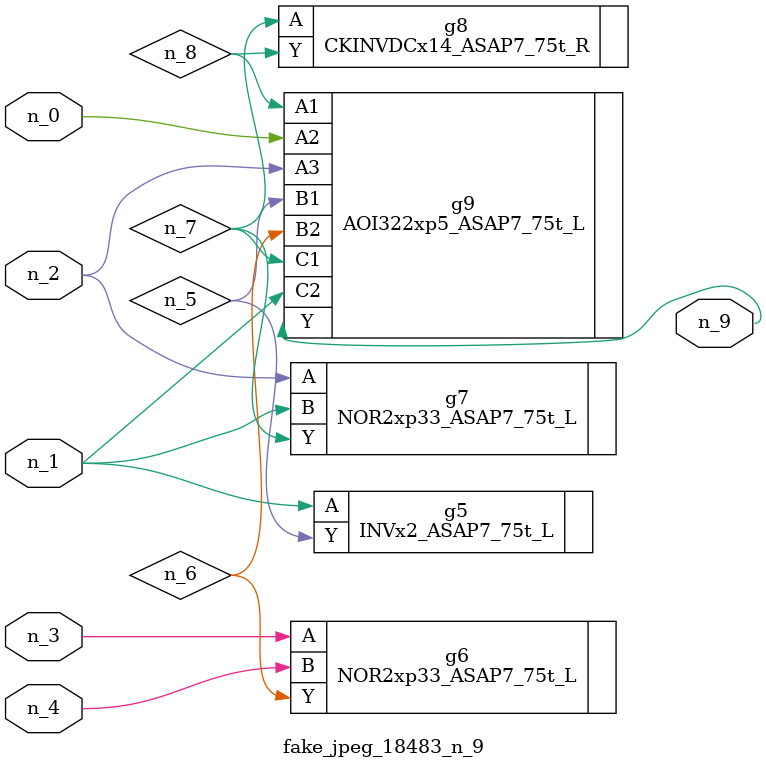
<source format=v>
module fake_jpeg_18483_n_9 (n_3, n_2, n_1, n_0, n_4, n_9);

input n_3;
input n_2;
input n_1;
input n_0;
input n_4;

output n_9;

wire n_8;
wire n_6;
wire n_5;
wire n_7;

INVx2_ASAP7_75t_L g5 ( 
.A(n_1),
.Y(n_5)
);

NOR2xp33_ASAP7_75t_L g6 ( 
.A(n_3),
.B(n_4),
.Y(n_6)
);

NOR2xp33_ASAP7_75t_L g7 ( 
.A(n_2),
.B(n_1),
.Y(n_7)
);

CKINVDCx14_ASAP7_75t_R g8 ( 
.A(n_7),
.Y(n_8)
);

AOI322xp5_ASAP7_75t_L g9 ( 
.A1(n_8),
.A2(n_0),
.A3(n_2),
.B1(n_5),
.B2(n_6),
.C1(n_7),
.C2(n_1),
.Y(n_9)
);


endmodule
</source>
